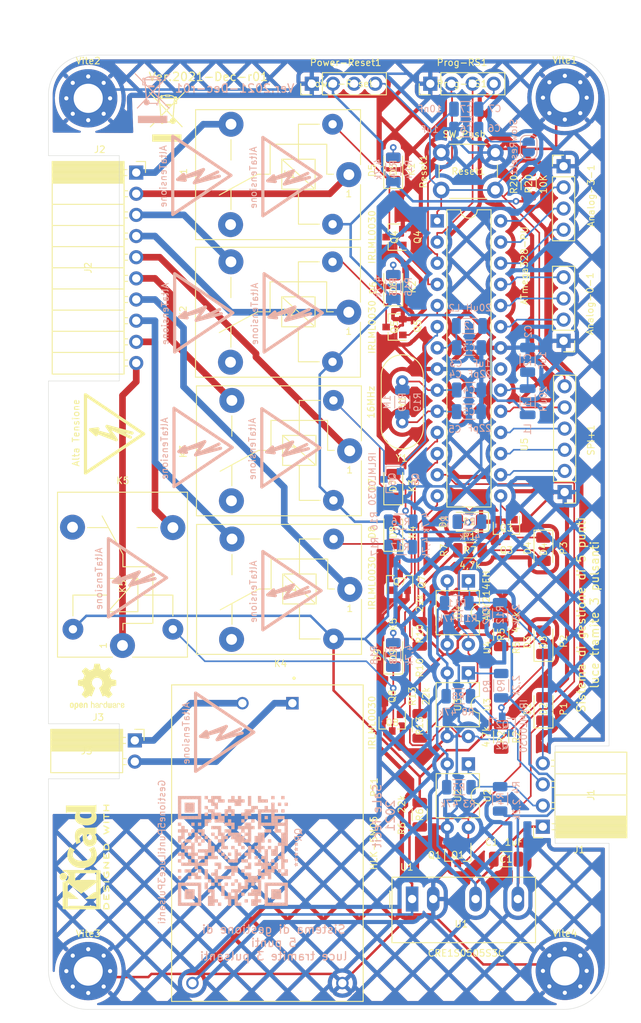
<source format=kicad_pcb>
(kicad_pcb (version 20211014) (generator pcbnew)
  (layers (0 "F.Cu" signal) (31 "B.Cu" signal) (34 "B.Paste" user) (35 "F.Paste" user) (36 "B.SilkS" user "B.Silkscreen") (37 "F.SilkS" user "F.Silkscreen") (38 "B.Mask" user) (39 "F.Mask" user) (44 "Edge.Cuts" user))
  (net 0 "")
  (net 1 "Net-(C2-Pad2)")
  (net 2 "GND")
  (net 3 "/Luci Camera Letto Roma CPU/Xtal1")
  (net 4 "/Luci Camera Letto Roma CPU/Xtal2")
  (net 5 "Net-(C3-Pad2)")
  (net 6 "Net-(C6-Pad2)")
  (net 7 "+5V")
  (net 8 "/Luci Camera Letto Roma CPU/A5-I2C-SCL")
  (net 9 "/Luci Camera Letto Roma CPU/Reset")
  (net 10 "/Luci Camera Letto Roma CPU/A4-I2C-SDA")
  (net 11 "Net-(D2-Pad1)")
  (net 12 "/Luci Camera Letto Roma CPU/A3")
  (net 13 "/Luci Camera Letto Roma CPU/A2")
  (net 14 "/Luci Camera Letto Roma CPU/A1")
  (net 15 "/Luci Camera Letto Roma CPU/A0")
  (net 16 "/Luci Camera Letto Roma CPU/IO10-SS")
  (net 18 "/Luci Camera Letto Roma CPU/DTR")
  (net 19 "Net-(D2-Pad2)")
  (net 20 "/Luci Camera Letto Roma CPU/ICSP-SCK")
  (net 21 "/Luci Camera Letto Roma CPU/ICSP-MISO")
  (net 22 "/Luci Camera Letto Roma CPU/ICSP-MOSI")
  (net 23 "Net-(J1-Pad2)")
  (net 24 "Net-(J2-Pad2)")
  (net 27 "Net-(J3-Pad2)")
  (net 28 "+5VD")
  (net 30 "GNDD")
  (net 32 "Net-(D1-Pad2)")
  (net 33 "Net-(D3-Pad2)")
  (net 34 "Net-(D3-Pad1)")
  (net 35 "Net-(D4-Pad2)")
  (net 36 "Net-(D4-Pad1)")
  (net 37 "Net-(D5-Pad2)")
  (net 38 "Net-(D5-Pad1)")
  (net 39 "Net-(D6-Pad2)")
  (net 40 "Net-(D6-Pad1)")
  (net 41 "Net-(D7-Pad2)")
  (net 42 "Net-(D7-Pad1)")
  (net 43 "Net-(D8-Pad2)")
  (net 44 "Net-(D8-Pad1)")
  (net 45 "Net-(D9-Pad2)")
  (net 46 "Net-(D9-Pad1)")
  (net 48 "/Luci Camera Letto Roma CPU/Rx")
  (net 49 "/Luci Camera Letto Roma CPU/Tx")
  (net 50 "/Luci Camera Letto Roma - Input/Pulsante1-IO")
  (net 51 "/Luci Camera Letto Roma - Input/Pulsante2-IO")
  (net 52 "/Luci Camera Letto Roma - Input/Pusante3-IO")
  (net 53 "/Luci Camera Letto Roma - Rele/Rele-IO2")
  (net 54 "/Luci Camera Letto Roma - Rele/Rele-IO3")
  (net 55 "/Luci Camera Letto Roma - Rele/Rele-IO4")
  (net 56 "/Luci Camera Letto Roma - Rele/Rele-IO5")
  (net 57 "/Luci Camera Letto Roma - Rele/Rele-IO6")
  (net 59 "Net-(J1-Pad3)")
  (net 60 "Net-(J1-Pad4)")
  (net 61 "Net-(J2-Pad1)")
  (net 62 "Net-(J2-Pad3)")
  (net 63 "Net-(J2-Pad4)")
  (net 64 "Net-(J2-Pad9)")
  (net 65 "Net-(J2-Pad10)")
  (net 66 "Net-(J3-Pad1)")
  (net 67 "Net-(K3-Pad1)")
  (net 68 "Net-(K3-Pad3)")
  (net 69 "Net-(K4-Pad1)")
  (net 70 "Net-(K4-Pad3)")
  (footprint "Resistor_SMD:R_1206_3216Metric" (layer "F.Cu") (at 147.828 68.5185 90)
    (fp_text reference "R20")
    (fp_text value "10K")
  )
  (footprint "Button_Switch_THT:SW_PUSH_6mm" (layer "F.Cu") (at 143.828 69.2785 180)
    (fp_text reference "Reset1")
    (fp_text value "SW_Push")
  )
  (footprint "Package_DIP:DIP-28_W7.62mm" (layer "F.Cu") (at 136.848 72.9805)
    (fp_text reference "U5")
    (fp_text value "ATmega328-PU")
  )
  (footprint "Crystal:Crystal_HC49-U_Vertical" (layer "F.Cu") (at 132.652 92.2655 -90)
    (fp_text reference "Y1")
    (fp_text value "16MHz")
  )
  (footprint "LED_SMD:LED_1206_3216Metric" (layer "F.Cu") (at 140.719 109.093 180)
    (fp_text reference "D1")
    (fp_text value "P1")
  )
  (footprint "Relay_THT:Relay_SPDT_SANYOU_SRD_Series_Form_C" (layer "F.Cu") (at 126.238 67.43 180)
    (fp_text reference "K1")
    (fp_text value " ")
  )
  (footprint "Relay_THT:Relay_SPDT_SANYOU_SRD_Series_Form_C" (layer "F.Cu") (at 126.229 83.947 180)
    (fp_text reference "K2")
    (fp_text value " ")
  )
  (footprint "Relay_THT:Relay_SPDT_SANYOU_SRD_Series_Form_C" (layer "F.Cu") (at 126.34 100.584 180)
    (fp_text reference "K3")
    (fp_text value " ")
  )
  (footprint "Relay_THT:Relay_SPDT_SANYOU_SRD_Series_Form_C" (layer "F.Cu") (at 126.356 117.221 180)
    (fp_text reference "K4")
    (fp_text value " ")
  )
  (footprint "Relay_THT:Relay_SPDT_SANYOU_SRD_Series_Form_C" (layer "F.Cu") (at 99.06 123.952 90)
    (fp_text reference "K5")
    (fp_text value " ")
  )
  (footprint "Package_TO_SOT_SMD:SOT-23" (layer "F.Cu") (at 131.715 74.93 180)
    (fp_text reference "Q4")
    (fp_text value "IRLML0030")
  )
  (footprint "Package_TO_SOT_SMD:SOT-23" (layer "F.Cu") (at 131.715 85.725 180)
    (fp_text reference "Q5")
    (fp_text value "IRLML0030")
  )
  (footprint "Package_TO_SOT_SMD:SOT-23" (layer "F.Cu") (at 132.334 116.316 90)
    (fp_text reference "Q7")
    (fp_text value "IRLML0030")
  )
  (footprint "Package_TO_SOT_SMD:SOT-23" (layer "F.Cu") (at 131.445 133.223 -90)
    (fp_text reference "Q8")
    (fp_text value "IRLML0030")
  )
  (footprint "Converter_DCDC:Converter_DCDC_TRACO_TMR-1-xxxx_Single_THT" (layer "F.Cu") (at 133.8315 154.392)
    (fp_text reference "U1")
    (fp_text value "CRE1S0505S3C")
  )
  (footprint "Package_DIP:DIP-4_W7.62mm" (layer "F.Cu") (at 140.589 138.176 -90)
    (fp_text reference "U2")
    (fp_text value " ")
  )
  (footprint "Package_DIP:DIP-4_W7.62mm" (layer "F.Cu") (at 140.589 116.205 -90)
    (fp_text reference "U4")
    (fp_text value "AQY214EH")
  )
  (footprint "Resistor_SMD:R_1206_3216Metric" (layer "F.Cu") (at 134.747 133.604 90)
    (fp_text reference "R13")
    (fp_text value "22k")
  )
  (footprint "Package_DIP:DIP-4_W7.62mm" (layer "F.Cu") (at 140.589 127.254 -90)
    (fp_text reference "U3")
    (fp_text value " ")
  )
  (footprint "Resistor_SMD:R_1206_3216Metric" (layer "F.Cu") (at 134.747 122.555 90)
    (fp_text reference "R10")
    (fp_text value "22k")
  )
  (footprint "Resistor_SMD:R_1206_3216Metric" (layer "F.Cu") (at 134.747 144.272 90)
    (fp_text reference "R6")
    (fp_text value "22k")
  )
  (footprint "Connector_PinSocket_2.54mm:PinSocket_1x04_P2.54mm_Horizontal" (layer "F.Cu") (at 149.524 145.709 180)
    (fp_text reference "J1")
    (fp_text value " ")
  )
  (footprint "Capacitor_SMD:C_1206_3216Metric" (layer "F.Cu") (at 145.112 149.606)
    (fp_text reference "C1")
    (fp_text value "1uF")
  )
  (footprint "Converter_ACDC:CONV_HLK-5M05" (layer "F.Cu") (at 116.459 147.6825 -90)
    (fp_text reference "PS1")
    (fp_text value "HLK-5M05")
  )
  (footprint "LED_SMD:LED_1206_3216Metric" (layer "F.Cu") (at 149.606 131.575 90)
    (fp_text reference "D2")
    (fp_text value "P1")
  )
  (footprint "LED_SMD:LED_1206_3216Metric" (layer "F.Cu") (at 149.606 123.574 90)
    (fp_text reference "D3")
    (fp_text value "P2")
  )
  (footprint "LED_SMD:LED_1206_3216Metric" (layer "F.Cu") (at 149.606 112.392 -90)
    (fp_text reference "D4")
    (fp_text value "P3")
  )
  (footprint "Package_TO_SOT_SMD:SOT-23" (layer "F.Cu") (at 139.319 149.098 -90)
    (fp_text reference "Q1")
    (fp_text value " ")
  )
  (footprint "Package_TO_SOT_SMD:SOT-23" (layer "F.Cu") (at 145.161 109.855 -90)
    (fp_text reference "Q3")
    (fp_text value " ")
  )
  (footprint "Resistor_SMD:R_1206_3216Metric" (layer "F.Cu") (at 144.526 134.936 -90)
    (fp_text reference "R2")
    (fp_text value "4,7k")
  )
  (footprint "Resistor_SMD:R_1206_3216Metric" (layer "F.Cu") (at 144.526 122.616 -90)
    (fp_text reference "R5")
    (fp_text value "4,7k")
  )
  (footprint "Resistor_SMD:R_1206_3216Metric" (layer "F.Cu") (at 140.782 112.522)
    (fp_text reference "R7")
    (fp_text value "4,7k")
  )
  (footprint "Connector_PinHeader_2.54mm:PinHeader_1x04_P2.54mm_Vertical" (layer "F.Cu") (at 152.019 87.376 180)
    (fp_text reference "Analog-0-1")
    (fp_text value " ")
  )
  (footprint "Connector_PinHeader_2.54mm:PinHeader_1x04_P2.54mm_Vertical" (layer "F.Cu") (at 152.019 66.421)
    (fp_text reference "Analog-3-1")
    (fp_text value " ")
  )
  (footprint "Connector_PinHeader_2.54mm:PinHeader_1x04_P2.54mm_Vertical" (layer "F.Cu") (at 121.793 56.515 90)
    (fp_text reference "Power-Reset1")
    (fp_text value " ")
  )
  (footprint "Connector_PinHeader_2.54mm:PinHeader_1x06_P2.54mm_Vertical" (layer "F.Cu") (at 152.146 105.537 180)
    (fp_text reference "SPI+1")
    (fp_text value " ")
  )
  (footprint "Connector_PinHeader_2.54mm:PinHeader_1x04_P2.54mm_Vertical" (layer "F.Cu") (at 136.017 56.515 90)
    (fp_text reference "Prog-RS1")
    (fp_text value " ")
  )
  (footprint "MountingHole:MountingHole_3.5mm_Pad_Via" (layer "F.Cu") (at 94.9452 58.2676)
    (fp_text reference "Vite2")
    (fp_text value " ")
  )
  (footprint "MountingHole:MountingHole_3.5mm_Pad_Via" (layer "F.Cu") (at 152.1714 58.1914)
    (fp_text reference "Vite1")
    (fp_text value " ")
  )
  (footprint "MountingHole:MountingHole_3.5mm_Pad_Via" (layer "F.Cu") (at 152.167 163.019)
    (fp_text reference "Vite4")
    (fp_text value " ")
  )
  (footprint "MountingHole:MountingHole_3.5mm_Pad_Via" (layer "F.Cu") (at 94.9452 163.0426)
    (fp_text reference "Vite3")
    (fp_text value " ")
  )
  (footprint "LED_SMD:LED_1206_3216Metric" (layer "F.Cu") (at 131.572 66.802 90)
    (fp_text reference "D5")
    (fp_text value "K1")
  )
  (footprint "LED_SMD:LED_1206_3216Metric" (layer "F.Cu") (at 131.572 80.902 90)
    (fp_text reference "D6")
    (fp_text value "K2")
  )
  (footprint "LED_SMD:LED_1206_3216Metric" (layer "F.Cu") (at 131.572 104.778 90)
    (fp_text reference "D7")
    (fp_text value "K3")
  )
  (footprint "LED_SMD:LED_1206_3216Metric" (layer "F.Cu") (at 131.572 110.363 90)
    (fp_text reference "D8")
    (fp_text value "K4")
  )
  (footprint "LED_SMD:LED_1206_3216Metric" (layer "F.Cu") (at 131.572 125.095 90)
    (fp_text reference "D9")
    (fp_text value "K5")
  )
  (footprint "Symbol:KiCad-Logo2_5mm_SilkScreen" (layer "F.Cu") (at 94.488 149.352 90)
    (fp_text reference "Logo1" hide)
    (fp_text value "KiCad-Logo2_5mm_SilkScreen" hide)
  )
  (footprint "Symbol:OSHW-Logo2_7.3x6mm_SilkScreen" (layer "F.Cu") (at 96.012 128.905)
    (fp_text reference "REFht1" hide)
    (fp_text value "OSHW-Logo2_7.3x6mm_SilkScreen" hide)
  )
  (footprint "Symbol:Symbol_HighVoltage_Type2_CopperTop_VerySmall" (layer "F.Cu") (at 97.409 98.552 -90)
    (fp_text reference "Alta Tensione")
    (fp_text value " ")
  )
  (footprint "Symbol:WEEE-Logo_4.2x6mm_SilkScreen" (layer "F.Cu") (at 104.394 60.452)
    (fp_text reference "Wast02" hide)
    (fp_text value "WEEE-Logo_4.2x6mm_SilkScreen" hide)
  )
  (footprint "Connector_PinSocket_2.54mm:PinSocket_1x02_P2.54mm_Horizontal" (layer "F.Cu") (at 100.539 135.352)
    (fp_text reference "J3")
    (fp_text value " ")
  )
  (footprint "Connector_PinSocket_2.54mm:PinSocket_1x10_P2.54mm_Horizontal" (layer "F.Cu") (at 100.711 67.183)
    (fp_text reference "J2")
    (fp_text value " ")
  )
  (footprint "Capacitor_SMD:C_1206_3216Metric" (layer "B.Cu") (at 140.667 88.2015 180)
    (fp_text reference "C3")
    (fp_text value "1uF")
  )
  (footprint "Capacitor_SMD:C_1206_3216Metric" (layer "B.Cu") (at 140.667 93.2815 180)
    (fp_text reference "C4")
    (fp_text value "22pF")
  )
  (footprint "Capacitor_SMD:C_1206_3216Metric" (layer "B.Cu") (at 140.652 95.885 180)
    (fp_text reference "C5")
    (fp_text value "22pF")
  )
  (footprint "Capacitor_SMD:C_1206_3216Metric" (layer "B.Cu") (at 140.335 61.976)
    (fp_text reference "C6")
    (fp_text value "1uF")
  )
  (footprint "Capacitor_SMD:C_1206_3216Metric" (layer "B.Cu") (at 147.701 89.662 -90)
    (fp_text reference "C2")
    (fp_text value "1uF")
  )
  (footprint "Inductor_SMD:L_1206_3216Metric" (layer "B.Cu") (at 140.716 85.598)
    (fp_text reference "L2")
    (fp_text value "20uH")
  )
  (footprint "Inductor_SMD:L_1206_3216Metric" (layer "B.Cu") (at 147.701 94.691 -90)
    (fp_text reference "L1")
    (fp_text value "20uH")
  )
  (footprint "Capacitor_SMD:C_1206_3216Metric" (layer "B.Cu") (at 140.335 59.563)
    (fp_text reference "C7")
    (fp_text value "10nF")
  )
  (footprint "Resistor_SMD:R_1206_3216Metric" (layer "B.Cu") (at 140.716 109.093 180)
    (fp_text reference "R1")
    (fp_text value "4,7k")
  )
  (footprint "Resistor_SMD:R_1206_3216Metric" (layer "B.Cu") (at 132.652 94.742 90)
    (fp_text reference "R19")
    (fp_text value "1M")
  )
  (footprint "Package_TO_SOT_SMD:SOT-23" (layer "B.Cu") (at 131.445 104.013 180)
    (fp_text reference "Q6")
    (fp_text value "IRLML0030")
  )
  (footprint "Jumper:SolderJumper-2_P1.3mm_Open_RoundedPad1.0x1.5mm" (layer "B.Cu") (at 147.828 64.12 -90)
    (fp_text reference "SlowReset1")
    (fp_text value " ")
  )
  (footprint "Resistor_SMD:R_1206_3216Metric" (layer "B.Cu") (at 139.192 118.872)
    (fp_text reference "R11")
    (fp_text value "47k")
  )
  (footprint "Resistor_SMD:R_1206_3216Metric" (layer "B.Cu") (at 144.399 120.269 90)
    (fp_text reference "R12")
    (fp_text value "2,2k")
  )
  (footprint "Resistor_SMD:R_1206_3216Metric" (layer "B.Cu") (at 144.526 128.778 90)
    (fp_text reference "R9")
    (fp_text value "2,2k")
  )
  (footprint "Resistor_SMD:R_1206_3216Metric" (layer "B.Cu") (at 139.38 130.048)
    (fp_text reference "R8")
    (fp_text value "47k")
  )
  (footprint "Resistor_SMD:R_1206_3216Metric" (layer "B.Cu") (at 144.399 142.367 90)
    (fp_text reference "R4")
    (fp_text value "2,2k")
  )
  (footprint "Resistor_SMD:R_1206_3216Metric" (layer "B.Cu") (at 139.446 140.97)
    (fp_text reference "R3")
    (fp_text value "47k")
  )
  (footprint "Package_TO_SOT_SMD:SOT-23" (layer "B.Cu") (at 144.653 133.461 90)
    (fp_text reference "Q2")
    (fp_text value "IRLML0030")
  )
  (footprint "Resistor_SMD:R_1206_3216Metric" (layer "B.Cu") (at 131.572 66.802 90)
    (fp_text reference "R14")
    (fp_text value "4,7k")
  )
  (footprint "Resistor_SMD:R_1206_3216Metric" (layer "B.Cu") (at 131.572 80.899 90)
    (fp_text reference "R15")
    (fp_text value "4,7k")
  )
  (footprint "Resistor_SMD:R_1206_3216Metric" (layer "B.Cu") (at 132.461 109.093)
    (fp_text reference "R16")
    (fp_text value "4,7k")
  )
  (footprint "Resistor_SMD:R_1206_3216Metric" (layer "B.Cu") (at 132.4 112.141)
    (fp_text reference "R17")
    (fp_text value "4,7k")
  )
  (footprint "Resistor_SMD:R_1206_3216Metric" (layer "B.Cu") (at 131.572 125.095 90)
    (fp_text reference "R18")
    (fp_text value "4,7k")
  )
  (footprint "Symbol:Gestione5PuntiLuce3Pulsanti" (layer "B.Cu") (at 112.3188 148.6154)
    (fp_text reference "QR*****")
    (fp_text value "Gestione5PuntiLuce3Pulsanti")
  )
  (footprint "Symbol:WEEE-Logo_4.2x6mm_SilkScreen" (layer "B.Cu") (at 102.6668 58.2168 180)
    (fp_text reference "Wast01" hide)
    (fp_text value "WEEE-Logo_4.2x6mm_SilkScreen" hide)
  )
  (footprint "Symbol:Symbol_HighVoltage_Type2_CopperTop_VerySmall" (layer "B.Cu") (at 108.0389 100.1776 90)
    (fp_text reference "AltaTensione")
    (fp_text value " ")
  )
  (footprint "Symbol:Symbol_HighVoltage_Type2_CopperTop_VerySmall" (layer "B.Cu") (at 107.8865 67.5132 90)
    (fp_text reference "AltaTensione")
    (fp_text value " ")
  )
  (footprint "Symbol:Symbol_HighVoltage_Type2_CopperTop_VerySmall" (layer "B.Cu") (at 118.8593 84.0232 90)
    (fp_text reference "AltaTensione")
    (fp_text value " ")
  )
  (footprint "Symbol:Symbol_HighVoltage_Type2_CopperTop_VerySmall" (layer "B.Cu") (at 118.7069 67.6656 90)
    (fp_text reference "AltaTensione")
    (fp_text value " ")
  )
  (footprint "Symbol:Symbol_HighVoltage_Type2_CopperTop_VerySmall" (layer "B.Cu") (at 108.1151 84.0232 90)
    (fp_text reference "AltaTensione")
    (fp_text value " ")
  )
  (footprint "Symbol:Symbol_HighVoltage_Type2_CopperTop_VerySmall" (layer "B.Cu") (at 118.7069 117.3734 90)
    (fp_text reference "AltaTensione")
    (fp_text value " ")
  )
  (footprint "Symbol:Symbol_HighVoltage_Type2_CopperTop_VerySmall" (layer "B.Cu") (at 118.5799 100.2284 90)
    (fp_text reference "AltaTensione")
    (fp_text value " ")
  )
  (footprint "Symbol:Symbol_HighVoltage_Type2_CopperTop_VerySmall" (layer "B.Cu") (at 110.6297 134.366 90)
    (fp_text reference "AltaTensione")
    (fp_text value " ")
  )
  (footprint "Symbol:Symbol_HighVoltage_Type2_CopperTop_VerySmall" (layer "B.Cu") (at 100.1649 115.824 90)
    (fp_text reference "AltaTensione")
    (fp_text value " ")
  )
  (gr_line (start 90.17 162.941) (end 90.17 139.954) (layer "Edge.Cuts") (width 0.05))
  (gr_line (start 90.17 139.954) (end 90.17 139.954) (layer "Edge.Cuts") (width 0.05))
  (gr_line (start 90.17 139.954) (end 90.17 139.954) (layer "Edge.Cuts") (width 0.05))
  (gr_line (start 90.17 133.35) (end 90.17 92.202) (layer "Edge.Cuts") (width 0.05))
  (gr_line (start 90.17 65.151) (end 90.168376 57.859576) (layer "Edge.Cuts") (width 0.05))
  (gr_arc (start 90.168376 57.859576) (mid 91.567 54.483) (end 94.943576 53.084376) (layer "Edge.Cuts") (width 0.05))
  (gr_line (start 152.019 167.64) (end 94.869 167.64) (layer "Edge.Cuts") (width 0.05))
  (gr_line (start 152.019 167.64) (end 152.019 167.64) (layer "Edge.Cuts") (width 0.05))
  (gr_line (start 98.679 92.202) (end 90.17 92.202) (layer "Edge.Cuts") (width 0.05))
  (gr_line (start 94.943576 53.084376) (end 152.146 53.086) (layer "Edge.Cuts") (width 0.05))
  (gr_arc (start 94.869 167.64) (mid 91.546305 166.263695) (end 90.17 162.941) (layer "Edge.Cuts") (width 0.05))
  (gr_line (start 151.003 147.701) (end 157.48 147.701) (layer "Edge.Cuts") (width 0.05))
  (gr_line (start 98.679 139.954) (end 90.17 139.954) (layer "Edge.Cuts") (width 0.05))
  (gr_line (start 90.17 65.151) (end 98.679 65.151) (layer "Edge.Cuts") (width 0.05))
  (gr_arc (start 157.48 162.179) (mid 155.88051 166.04051) (end 152.019 167.64) (layer "Edge.Cuts") (width 0.05))
  (gr_line (start 98.679 133.35) (end 98.679 139.954) (layer "Edge.Cuts") (width 0.05))
  (gr_arc (start 152.146 53.086) (mid 155.917708 54.648292) (end 157.48 58.42) (layer "Edge.Cuts") (width 0.05))
  (gr_line (start 157.48 147.701) (end 157.48 162.179) (layer "Edge.Cuts") (width 0.05))
  (gr_line (start 157.48 58.42) (end 157.48 136.017) (layer "Edge.Cuts") (width 0.05))
  (gr_line (start 157.48 58.42) (end 157.48 58.42) (layer "Edge.Cuts") (width 0.05))
  (gr_line (start 98.679 65.151) (end 98.679 92.202) (layer "Edge.Cuts") (width 0.05))
  (gr_line (start 157.48 136.017) (end 151.003 136.017) (layer "Edge.Cuts") (width 0.05))
  (gr_line (start 90.17 133.35) (end 98.679 133.35) (layer "Edge.Cuts") (width 0.05))
  (gr_line (start 151.003 136.017) (end 151.003 147.701) (layer "Edge.Cuts") (width 0.05))
  (gr_text "SaLe fecit\n2021" (at 130.429 144.399 90) (layer "B.SilkS") (effects (font (size 1 1)) (justify mirror)))
  (gr_text "Ver.2021-Dec-r01" (at 112.522 57.0738) (layer "B.SilkS") (effects (font (size 1 1)) (justify mirror)))
  (gr_text "Sistema di gestione di\n5 punti\nluce tramite 3 pulsanti" (at 117.221 159.639) (layer "B.SilkS") (effects (font (size 1 1)) (justify mirror)))
  (gr_text "Sistema di gestione di 5 punti\nluce tramite 3 pulsanti" (at 154.94 120.269 90) (layer "F.SilkS") (effects (font (size 1 1))))
  (gr_text "Ver.2021-Dec-r01" (at 109.3724 55.6768) (layer "F.SilkS") (effects (font (size 1 1))))
  (segment (start 147.701 93.116) (end 145.7528 93.116) (width 0.2) (layer "B.Cu") (net 1))
  (segment (start 145.7528 93.116) (end 145.5683 93.3005) (width 0.2) (layer "B.Cu") (net 1))
  (segment (start 147.701 93.116) (end 147.701 91.137) (width 0.2) (layer "B.Cu") (net 1))
  (segment (start 144.468 93.3005) (end 145.5683 93.3005) (width 0.2) (layer "B.Cu") (net 1))
  (segment (start 136.4807 136.4423) (end 132.287 136.4423) (width 0.3) (layer "F.Cu") (net 2))
  (segment (start 140.5383 88.2205) (end 144.468 88.2205) (width 0.3) (layer "F.Cu") (net 2))
  (segment (start 151.1328 64.3345) (end 152.019 65.2207) (width 0.3) (layer "F.Cu") (net 2))
  (segment (start 131.9146 77.4044) (end 132.8044 78.2942) (width 0.3) (layer "F.Cu") (net 2))
  (segment (start 97.719 163.759) (end 102.1625 163.759) (width 0.3) (layer "F.Cu") (net 2))
  (segment (start 152.019 66.421) (end 152.019 65.2207) (width 0.3) (layer "F.Cu") (net 2))
  (segment (start 133.284 117.316) (end 132.5337 117.316) (width 0.3) (layer "F.Cu") (net 2))
  (segment (start 136.3715 156.2423) (end 142.3718 162.2426) (width 0.3) (layer "F.Cu") (net 2))
  (segment (start 102.1625 163.759) (end 102.5394 163.3821) (width 0.3) (layer "F.Cu") (net 2))
  (segment (start 132.715 73.98) (end 132.715 74.7303) (width 0.3) (layer "F.Cu") (net 2))
  (segment (start 102.5394 163.3821) (end 124.3586 163.3821) (width 0.3) (layer "F.Cu") (net 2))
  (segment (start 140.9188 112.7491) (end 139.4386 114.2293) (width 0.3) (layer "F.Cu") (net 2))
  (segment (start 138.369 150.5442) (end 136.3715 152.5417) (width 0.3) (layer "F.Cu") (net 2))
  (segment (start 151.1328 59.1792) (end 151.1328 64.3345) (width 0.3) (layer "F.Cu") (net 2))
  (segment (start 144.272 64.3345) (end 143.828 64.7785) (width 0.3) (layer "F.Cu") (net 2))
  (segment (start 133.6992 156.2423) (end 125.459 164.4825) (width 0.3) (layer "F.Cu") (net 2))
  (segment (start 96.901 162.941) (end 97.719 163.759) (width 0.3) (layer "F.Cu") (net 2))
  (segment (start 138.049 145.796) (end 138.049 146.9777) (width 0.3) (layer "F.Cu") (net 2))
  (segment (start 136.3715 156.1172) (end 136.3715 156.2423) (width 0.3) (layer "F.Cu") (net 2))
  (segment (start 130.3424 131.2701) (end 130.495 131.4227) (width 0.3) (layer "F.Cu") (net 2))
  (segment (start 131.9146 86.0443) (end 131.9146 87.2219) (width 0.3) (layer "F.Cu") (net 2))
  (segment (start 139.4386 121.2851) (end 138.049 122.6747) (width 0.3) (layer "F.Cu") (net 2))
  (segment (start 131.9146 75.2493) (end 131.9146 77.4044) (width 0.3) (layer "F.Cu") (net 2))
  (segment (start 144.211 108.855) (end 143.4607 108.855) (width 0.3) (layer "F.Cu") (net 2))
  (segment (start 132.715 84.775) (end 132.715 85.5253) (width 0.3) (layer "F.Cu") (net 2))
  (segment (start 132.4336 74.7303) (end 131.9146 75.2493) (width 0.3) (layer "F.Cu") (net 2))
  (segment (start 132.715 85.5253) (end 132.4336 85.5253) (width 0.3) (layer "F.Cu") (net 2))
  (segment (start 137.328 64.7785) (end 132.715 69.3915) (width 0.3) (layer "F.Cu") (net 2))
  (segment (start 140.9188 110.2932) (end 140.9188 112.7491) (width 0.3) (layer "F.Cu") (net 2))
  (segment (start 142.119 109.093) (end 143.2227 109.093) (width 0.3) (layer "F.Cu") (net 2))
  (segment (start 144.211 108.855) (end 144.9613 108.855) (width 0.3) (layer "F.Cu") (net 2))
  (segment (start 130.495 132.223) (end 130.495 131.4227) (width 0.3) (layer "F.Cu") (net 2))
  (segment (start 151.1936 162.2426) (end 151.97 163.019) (width 0.3) (layer "F.Cu") (net 2))
  (segment (start 151.1328 64.3345) (end 144.272 64.3345) (width 0.3) (layer "F.Cu") (net 2))
  (segment (start 132.5337 117.316) (end 132.5337 118.0663) (width 0.3) (layer "F.Cu") (net 2))
  (segment (start 124.3586 163.3821) (end 125.459 164.4825) (width 0.3) (layer "F.Cu") (net 2))
  (segment (start 137.9983 90.7605) (end 140.5383 88.2205) (width 0.3) (layer "F.Cu") (net 2))
  (segment (start 142.3718 162.2426) (end 151.1936 162.2426) (width 0.3) (layer "F.Cu") (net 2))
  (segment (start 138.049 146.9777) (end 138.369 147.2977) (width 0.3) (layer "F.Cu") (net 2))
  (segment (start 132.4336 85.5253) (end 131.9146 86.0443) (width 0.3) (layer "F.Cu") (net 2))
  (segment (start 132.715 74.7303) (end 132.4336 74.7303) (width 0.3) (layer "F.Cu") (net 2))
  (segment (start 152.146 105.537) (end 150.9457 105.537) (width 0.3) (layer "F.Cu") (net 2))
  (segment (start 132.715 84.775) (end 132.715 84.0247) (width 0.3) (layer "F.Cu") (net 2))
  (segment (start 130.495 134.6503) (end 130.495 132.223) (width 0.3) (layer "F.Cu") (net 2))
  (segment (start 132.715 69.3915) (end 132.715 73.98) (width 0.3) (layer "F.Cu") (net 2))
  (segment (start 138.369 148.098) (end 138.369 150.5442) (width 0.3) (layer "F.Cu") (net 2))
  (segment (start 144.9613 108.855) (end 144.9613 109.1364) (width 0.3) (layer "F.Cu") (net 2))
  (segment (start 130.3424 120.2576) (end 130.3424 131.2701) (width 0.3) (layer "F.Cu") (net 2))
  (segment (start 143.2227 109.093) (end 143.4607 108.855) (width 0.3) (layer "F.Cu") (net 2))
  (segment (start 136.3715 154.392) (end 136.3715 152.5417) (width 0.3) (layer "F.Cu") (net 2))
  (segment (start 131.9146 87.2219) (end 135.4532 90.7605) (width 0.3) (layer "F.Cu") (net 2))
  (segment (start 136.3715 156.2423) (end 133.6992 156.2423) (width 0.3) (layer "F.Cu") (net 2))
  (segment (start 132.8044 83.9353) (end 132.715 84.0247) (width 0.3) (layer "F.Cu") (net 2))
  (segment (start 135.4532 90.7605) (end 136.848 90.7605) (width 0.3) (layer "F.Cu") (net 2))
  (segment (start 139.4386 114.2293) (end 139.4386 121.2851) (width 0.3) (layer "F.Cu") (net 2))
  (segment (start 138.049 134.874) (end 136.4807 136.4423) (width 0.3) (layer "F.Cu") (net 2))
  (segment (start 145.4924 109.6675) (end 146.8152 109.6675) (width 0.3) (layer "F.Cu") (net 2))
  (segment (start 138.049 123.825) (end 138.049 122.6747) (width 0.3) (layer "F.Cu") (net 2))
  (segment (start 132.5337 118.0663) (end 130.3424 120.2576) (width 0.3) (layer "F.Cu") (net 2))
  (segment (start 144.9613 109.1364) (end 145.4924 109.6675) (width 0.3) (layer "F.Cu") (net 2))
  (segment (start 146.8152 109.6675) (end 150.9457 105.537) (width 0.3) (layer "F.Cu") (net 2))
  (segment (start 136.848 90.7605) (end 137.9983 90.7605) (width 0.3) (layer "F.Cu") (net 2))
  (segment (start 142.119 109.093) (end 140.9188 110.2932) (width 0.3) (layer "F.Cu") (net 2))
  (segment (start 132.287 136.4423) (end 130.495 134.6503) (width 0.3) (layer "F.Cu") (net 2))
  (segment (start 132.8044 78.2942) (end 132.8044 83.9353) (width 0.3) (layer "F.Cu") (net 2))
  (segment (start 138.369 148.098) (end 138.369 147.2977) (width 0.3) (layer "F.Cu") (net 2))
  (segment (start 151.892 58.42) (end 151.1328 59.1792) (width 0.3) (layer "F.Cu") (net 2))
  (segment (start 136.3715 154.392) (end 136.3715 156.1172) (width 0.3) (layer "F.Cu") (net 2))
  (segment (start 136.017 56.515) (end 134.8167 56.515) (width 0.3) (layer "B.Cu") (net 2))
  (segment (start 140.1175 133.7174) (end 142.2091 133.7174) (width 0.3) (layer "B.Cu") (net 2))
  (segment (start 150.9457 105.537) (end 150.1392 104.7305) (width 0.3) (layer "B.Cu") (net 2))
  (segment (start 143.828 64.7785) (end 140.6592 64.7785) (width 0.3) (layer "B.Cu") (net 2))
  (segment (start 152.019 87.376) (end 150.8187 87.376) (width 0.3) (layer "B.Cu") (net 2))
  (segment (start 150.0077 88.187) (end 150.8187 87.376) (width 0.3) (layer "B.Cu") (net 2))
  (segment (start 138.0424 57.7153) (end 138.9075 57.7153) (width 0.3) (layer "B.Cu") (net 2))
  (segment (start 122.9933 56.1398) (end 122.9933 56.515) (width 0.3) (layer "B.Cu") (net 2))
  (segment (start 132.445 104.963) (end 133.2453 104.963) (width 0.3) (layer "B.Cu") (net 2))
  (segment (start 142.127 102.7488) (end 142.127 95.885) (width 0.3) (layer "B.Cu") (net 2))
  (segment (start 142.142 90.7605) (end 137.9983 90.7605) (width 0.3) (layer "B.Cu") (net 2))
  (segment (start 136.848 90.7605) (end 137.9983 90.7605) (width 0.3) (layer "B.Cu") (net 2))
  (segment (start 142.142 95.87) (end 142.142 93.2815) (width 0.3) (layer "B.Cu") (net 2))
  (segment (start 97.9807 57.2133) (end 119.8944 57.2133) (width 0.3) (layer "B.Cu") (net 2))
  (segment (start 139.4386 126.3649) (end 138.049 124.9753) (width 0.3) (layer "B.Cu") (net 2))
  (segment (start 138.049 134.874) (end 139.1993 134.874) (width 0.3) (layer "B.Cu") (net 2))
  (segment (start 140.1175 133.7174) (end 139.1993 134.6356) (width 0.3) (layer "B.Cu") (net 2))
  (segment (start 133.3582 104.8501) (end 140.0257 104.8501) (width 0.3) (layer "B.Cu") (net 2))
  (segment (start 138.9075 57.7153) (end 139.8114 58.6192) (width 0.3) (layer "B.Cu") (net 2))
  (segment (start 142.142 90.7605) (end 142.142 88.2015) (width 0.3) (layer "B.Cu") (net 2))
  (segment (start 140.1175 133.7174) (end 139.4386 133.0385) (width 0.3) (layer "B.Cu") (net 2))
  (segment (start 150.1392 104.7305) (end 144.1087 104.7305) (width 0.3) (layer "B.Cu") (net 2))
  (segment (start 138.9936 63.1129) (end 137.328 64.7785) (width 0.3) (layer "B.Cu") (net 2))
  (segment (start 144.1087 104.7305) (end 142.127 102.7488) (width 0.3) (layer "B.Cu") (net 2))
  (segment (start 96.901 58.293) (end 97.9807 57.2133) (width 0.3) (layer "B.Cu") (net 2))
  (segment (start 138.049 145.796) (end 138.049 144.6457) (width 0.3) (layer "B.Cu") (net 2))
  (segment (start 142.142 93.2815) (end 142.142 90.7605) (width 0.3) (layer "B.Cu") (net 2))
  (segment (start 144.468 88.2205) (end 147.6675 88.2205) (width 0.3) (layer "B.Cu") (net 2))
  (segment (start 138.9936 62.1096) (end 138.86 61.976) (width 0.3) (layer "B.Cu") (net 2))
  (segment (start 137.2173 56.515) (end 137.2173 56.8902) (width 0.3) (layer "B.Cu") (net 2))
  (segment (start 138.9936 63.1129) (end 138.9936 62.1096) (width 0.3) (layer "B.Cu") (net 2))
  (segment (start 138.049 123.825) (end 138.049 124.9753) (width 0.3) (layer "B.Cu") (net 2))
  (segment (start 142.127 95.885) (end 142.142 95.87) (width 0.3) (layer "B.Cu") (net 2))
  (segment (start 139.1993 134.6356) (end 139.1993 134.874) (width 0.3) (layer "B.Cu") (net 2))
  (segment (start 139.8114 61.0246) (end 138.86 61.976) (width 0.3) (layer "B.Cu") (net 2))
  (segment (start 139.1993 143.4954) (end 138.049 144.6457) (width 0.3) (layer "B.Cu") (net 2))
  (segment (start 121.793 56.515) (end 122.9933 56.515) (width 0.3) (layer "B.Cu") (net 2))
  (segment (start 133.6164 55.3147) (end 123.8184 55.3147) (width 0.3) (layer "B.Cu") (net 2))
  (segment (start 140.0257 104.8501) (end 142.127 102.7488) (width 0.3) (layer "B.Cu") (net 2))
  (segment (start 133.2453 104.963) (end 133.3582 104.8501) (width 0.3) (layer "B.Cu") (net 2))
  (segment (start 143.703 134.461) (end 142.9527 134.461) (width 0.3) (layer "B.Cu") (net 2))
  (segment (start 139.8114 58.6192) (end 139.8114 61.0246) (width 0.3) (layer "B.Cu") (net 2))
  (segment (start 142.2091 133.7174) (end 142.9527 134.461) (width 0.3) (layer "B.Cu") (net 2))
  (segment (start 134.8167 56.515) (end 133.6164 55.3147) (width 0.3) (layer "B.Cu") (net 2))
  (segment (start 139.4386 133.0385) (end 139.4386 126.3649) (width 0.3) (layer "B.Cu") (net 2))
  (segment (start 121.793 56.515) (end 120.5927 56.515) (width 0.3) (layer "B.Cu") (net 2))
  (segment (start 140.6592 64.7785) (end 138.9936 63.1129) (width 0.3) (layer "B.Cu") (net 2))
  (segment (start 147.701 88.187) (end 150.0077 88.187) (width 0.3) (layer "B.Cu") (net 2))
  (segment (start 136.6172 56.515) (end 136.017 56.515) (width 0.3) (layer "B.Cu") (net 2))
  (segment (start 152.146 105.537) (end 150.9457 105.537) (width 0.3) (layer "B.Cu") (net 2))
  (segment (start 147.6675 88.2205) (end 147.701 88.187) (width 0.3) (layer "B.Cu") (net 2))
  (segment (start 139.1993 134.874) (end 139.1993 143.4954) (width 0.3) (layer "B.Cu") (net 2))
  (segment (start 137.2173 56.8902) (end 138.0424 57.7153) (width 0.3) (layer "B.Cu") (net 2))
  (segment (start 119.8944 57.2133) (end 120.5927 56.515) (width 0.3) (layer "B.Cu") (net 2))
  (segment (start 136.6172 56.515) (end 137.2173 56.515) (width 0.3) (layer "B.Cu") (net 2))
  (segment (start 123.8184 55.3147) (end 122.9933 56.1398) (width 0.3) (layer "B.Cu") (net 2))
  (segment (start 134.7127 92.2655) (end 135.7477 93.3005) (width 0.2) (layer "F.Cu") (net 3))
  (segment (start 136.848 93.3005) (end 135.7477 93.3005) (width 0.2) (layer "F.Cu") (net 3))
  (segment (start 132.652 92.2655) (end 134.7127 92.2655) (width 0.2) (layer "F.Cu") (net 3))
  (segment (start 137.9673 93.2815) (end 137.9483 93.3005) (width 0.2) (layer "B.Cu") (net 3))
  (segment (start 136.848 93.3005) (end 137.9483 93.3005) (width 0.2) (layer "B.Cu") (net 3))
  (segment (start 132.652 93.2795) (end 132.652 92.2655) (width 0.2) (layer "B.Cu") (net 3))
  (segment (start 139.192 93.2815) (end 137.9673 93.2815) (width 0.2) (layer "B.Cu") (net 3))
  (segment (start 132.652 97.1455) (end 134.4427 97.1455) (width 0.2) (layer "F.Cu") (net 4))
  (segment (start 134.4427 97.1455) (end 135.7477 95.8405) (width 0.2) (layer "F.Cu") (net 4))
  (segment (start 136.848 95.8405) (end 135.7477 95.8405) (width 0.2) (layer "F.Cu") (net 4))
  (segment (start 136.848 95.8405) (end 137.9483 95.8405) (width 0.2) (layer "B.Cu") (net 4))
  (segment (start 132.652 96.2045) (end 132.652 97.1455) (width 0.2) (layer "B.Cu") (net 4))
  (segment (start 139.177 95.885) (end 137.9928 95.885) (width 0.2) (layer "B.Cu") (net 4))
  (segment (start 137.9928 95.885) (end 137.9483 95.8405) (width 0.2) (layer "B.Cu") (net 4))
  (segment (start 139.141 85.598) (end 139.141 87.5912) (width 0.2) (layer "B.Cu") (net 5))
  (segment (start 139.192 87.6422) (end 139.141 87.5912) (width 0.2) (layer "B.Cu") (net 5))
  (segment (start 138.5776 87.5912) (end 137.9483 88.2205) (width 0.2) (layer "B.Cu") (net 5))
  (segment (start 136.848 88.2205) (end 137.9483 88.2205) (width 0.2) (layer "B.Cu") (net 5))
  (segment (start 139.192 88.2015) (end 139.192 87.6422) (width 0.2) (layer "B.Cu") (net 5))
  (segment (start 139.141 87.5912) (end 138.5776 87.5912) (width 0.2) (layer "B.Cu") (net 5))
  (segment (start 147.828 63.47) (end 143.304 63.47) (width 0.2) (layer "B.Cu") (net 6))
  (segment (start 143.304 63.47) (end 141.81 61.976) (width 0.2) (layer "B.Cu") (net 6))
  (segment (start 133.5184 152.2286) (end 133.8315 152.5417) (width 0.3) (layer "F.Cu") (net 7))
  (segment (start 134.747 122.15) (end 134.747 121.0925) (width 0.3) (layer "F.Cu") (net 7))
  (segment (start 143.2892 133.4735) (end 143.2892 122.6576) (width 0.3) (layer "F.Cu") (net 7))
  (segment (start 139.319 124.2369) (end 138.5337 125.0222) (width 0.3) (layer "F.Cu") (net 7))
  (segment (start 140.0575 122.6576) (end 139.319 123.3961) (width 0.3) (layer "F.Cu") (net 7))
  (segment (start 137.6192 125.0222) (end 134.747 122.15) (width 0.3) (layer "F.Cu") (net 7))
  (segment (start 134.747 139.7865) (end 134.747 142.8095) (width 0.3) (layer "F.Cu") (net 7))
  (segment (start 135.2757 120.5638) (end 135.2757 116.5658) (width 0.3) (layer "F.Cu") (net 7))
  (segment (start 133.8315 154.392) (end 133.8315 152.5417) (width 0.3) (layer "F.Cu") (net 7))
  (segment (start 134.747 121.0925) (end 135.2757 120.5638) (width 0.3) (layer "F.Cu") (net 7))
  (segment (start 137.6192 125.0222) (end 134.747 127.8944) (width 0.3) (layer "F.Cu") (net 7))
  (segment (start 134.747 142.8095) (end 133.5184 144.0381) (width 0.3) (layer "F.Cu") (net 7))
  (segment (start 138.0085 136.525) (end 134.796 139.7375) (width 0.3) (layer "F.Cu") (net 7))
  (segment (start 134.796 139.7375) (end 134.747 139.7865) (width 0.3) (layer "F.Cu") (net 7))
  (segment (start 143.2892 122.6576) (end 143.2892 122.3903) (width 0.3) (layer "F.Cu") (net 7))
  (segment (start 135.2757 116.5658) (end 139.3195 112.522) (width 0.3) (layer "F.Cu") (net 7))
  (segment (start 147.1801 70.6289) (end 146.3039 70.6289) (width 0.3) (layer "F.Cu") (net 7))
  (segment (start 124.406 129.3475) (end 134.796 139.7375) (width 0.3) (layer "F.Cu") (net 7))
  (segment (start 139.319 123.3961) (end 139.319 124.2369) (width 0.3) (layer "F.Cu") (net 7))
  (segment (start 134.747 127.8944) (end 134.747 132.1415) (width 0.3) (layer "F.Cu") (net 7))
  (segment (start 143.2892 122.6576) (end 140.0575 122.6576) (width 0.3) (layer "F.Cu") (net 7))
  (segment (start 138.5337 125.0222) (end 137.6192 125.0222) (width 0.3) (layer "F.Cu") (net 7))
  (segment (start 147.828 69.981) (end 147.1801 70.6289) (width 0.3) (layer "F.Cu") (net 7))
  (segment (start 124.406 123.171) (end 124.406 129.3475) (width 0.3) (layer "F.Cu") (net 7))
  (segment (start 143.2892 122.3903) (end 144.526 121.1535) (width 0.3) (layer "F.Cu") (net 7))
  (segment (start 140.6242 136.525) (end 138.0085 136.525) (width 0.3) (layer "F.Cu") (net 7))
  (segment (start 133.5184 144.0381) (end 133.5184 152.2286) (width 0.3) (layer "F.Cu") (net 7))
  (segment (start 143.2892 133.86) (end 140.6242 136.525) (width 0.3) (layer "F.Cu") (net 7))
  (segment (start 144.526 133.4735) (end 143.2892 133.4735) (width 0.3) (layer "F.Cu") (net 7))
  (segment (start 143.2892 133.4735) (end 143.2892 133.86) (width 0.3) (layer "F.Cu") (net 7))
  (via (at 146.3039 70.6289) (size 0.8) (drill 0.4) (layers "F.Cu" "B.Cu") (net 7))
  (segment (start 143.305 86.612) (end 143.305 93.7891) (width 0.3) (layer "B.Cu") (net 7))
  (segment (start 124.333 57.7153) (end 130.2373 63.6196) (width 0.3) (layer "B.Cu") (net 7))
  (segment (start 126.949 109.093) (end 124.39 106.534) (width 0.3) (layer "B.Cu") (net 7))
  (segment (start 131.6933 82.4827) (end 131.572 82.3615) (width 0.3) (layer "B.Cu") (net 7))
  (segment (start 133.8315 156.2423) (end 115.6992 156.2423) (width 0.3) (layer "B.Cu") (net 7))
  (segment (start 133.5015 84.291) (end 140.984 84.291) (width 0.3) (layer "B.Cu") (net 7))
  (segment (start 130.9985 109.093) (end 130.9375 109.154) (width 0.3) (layer "B.Cu") (net 7))
  (segment (start 130.2373 63.6196) (end 130.2373 66.9298) (width 0.3) (layer "B.Cu") (net 7))
  (segment (start 130.9985 109.093) (end 126.949 109.093) (width 0.3) (layer "B.Cu") (net 7))
  (segment (start 144.0864 94.5705) (end 146.0055 94.5705) (width 0.3) (layer "B.Cu") (net 7))
  (segment (start 140.984 84.291) (end 142.291 85.598) (width 0.3) (layer "B.Cu") (net 7))
  (segment (start 122.7465 91.4295) (end 124.279 89.897) (width 0.3) (layer "B.Cu") (net 7))
  (segment (start 124.333 56.515) (end 124.333 57.7153) (width 0.3) (layer "B.Cu") (net 7))
  (segment (start 130.9375 112.141) (end 130.9375 120.419) (width 0.3) (layer "B.Cu") (net 7))
  (segment (start 142.291 85.598) (end 143.305 86.612) (width 0.3) (layer "B.Cu") (net 7))
  (segment (start 130.2373 66.9298) (end 131.572 68.2645) (width 0.3) (layer "B.Cu") (net 7))
  (segment (start 131.6933 82.4827) (end 133.5015 84.291) (width 0.3) (layer "B.Cu") (net 7))
  (segment (start 124.39 106.534) (end 122.7465 104.8905) (width 0.3) (layer "B.Cu") (net 7))
  (segment (start 121.6292 120.3942) (end 94.7178 120.3942) (width 0.3) (layer "B.Cu") (net 7))
  (segment (start 128.1855 123.171) (end 124.406 123.171) (width 0.3) (layer "B.Cu") (net 7))
  (segment (start 133.1101 110.3221) (end 140.9494 110.3221) (width 0.3) (layer "B.Cu") (net 7))
  (segment (start 140.9494 110.3221) (end 142.1785 109.093) (width 0.3) (layer "B.Cu") (net 7))
  (segment (start 131.881 109.093) (end 133.1101 110.3221) (width 0.3) (layer "B.Cu") (net 7))
  (segment (start 115.6992 156.2423) (end 107.459 164.4825) (width 0.3) (layer "B.Cu") (net 7))
  (segment (start 133.9364 70.6289) (end 146.3039 70.6289) (width 0.3) (layer "B.Cu") (net 7))
  (segment (start 131.572 82.3615) (end 126.4565 77.246) (width 0.3) (layer "B.Cu") (net 7))
  (segment (start 131.572 126.5575) (end 128.1855 123.171) (width 0.3) (layer "B.Cu") (net 7))
  (segment (start 143.305 93.7891) (end 144.0864 94.5705) (width 0.3) (layer "B.Cu") (net 7))
  (segment (start 133.8315 154.392) (end 133.8315 156.2423) (width 0.3) (layer "B.Cu") (net 7))
  (segment (start 131.572 68.2645) (end 126.4565 73.38) (width 0.3) (layer "B.Cu") (net 7))
  (segment (start 126.4565 73.38) (end 124.288 73.38) (width 0.3) (layer "B.Cu") (net 7))
  (segment (start 130.9375 120.419) (end 128.1855 123.171) (width 0.3) (layer "B.Cu") (net 7))
  (segment (start 122.7465 104.8905) (end 122.7465 91.4295) (width 0.3) (layer "B.Cu") (net 7))
  (segment (start 126.4565 77.246) (end 126.4565 73.38) (width 0.3) (layer "B.Cu") (net 7))
  (segment (start 94.7178 120.3942) (end 93.11 122.002) (width 0.3) (layer "B.Cu") (net 7))
  (segment (start 131.572 68.2645) (end 133.9364 70.6289) (width 0.3) (layer "B.Cu") (net 7))
  (segment (start 130.9985 109.093) (end 131.881 109.093) (width 0.3) (layer "B.Cu") (net 7))
  (segment (start 130.9375 109.154) (end 130.9375 112.141) (width 0.3) (layer "B.Cu") (net 7))
  (segment (start 124.406 123.171) (end 121.6292 120.3942) (width 0.3) (layer "B.Cu") (net 7))
  (segment (start 146.0055 94.5705) (end 147.701 96.266) (width 0.3) (layer "B.Cu") (net 7))
  (segment (start 124.279 89.897) (end 131.6933 82.4827) (width 0.3) (layer "B.Cu") (net 7))
  (segment (start 152.019 68.961) (end 150.8687 68.961) (width 0.2) (layer "B.Cu") (net 8))
  (segment (start 146.8492 72.9805) (end 144.468 72.9805) (width 0.2) (layer "B.Cu") (net 8))
  (segment (start 150.8687 68.961) (end 146.8492 72.9805) (width 0.2) (layer "B.Cu") (net 8))
  (segment (start 147.828 67.056) (end 144.7843 70.0997) (width 0.2) (layer "F.Cu") (net 9))
  (segment (start 137.328 71.4002) (end 137.328 69.2785) (width 0.2) (layer "F.Cu") (net 9))
  (segment (start 136.848 72.9805) (end 136.848 71.8802) (width 0.2) (layer "F.Cu") (net 9))
  (segment (start 144.7843 70.0997) (end 149.1019 74.4174) (width 0.2) (layer "F.Cu") (net 9))
  (segment (start 149.1019 74.4174) (end 149.1019 88.6426) (width 0.2) (layer "F.Cu") (net 9))
  (segment (start 149.1019 88.6426) (end 152.146 91.6867) (width 0.2) (layer "F.Cu") (net 9))
  (segment (start 143.828 69.2785) (end 143.963 69.2785) (width 0.2) (layer "F.Cu") (net 9))
  (segment (start 143.963 69.2785) (end 144.7843 70.0997) (width 0.2) (layer "F.Cu") (net 9))
  (segment (start 152.146 92.837) (end 152.146 91.6867) (width 0.2) (layer "F.Cu") (net 9))
  (segment (start 136.848 71.8802) (end 137.328 71.4002) (width 0.2) (layer "F.Cu") (net 9))
  (segment (start 136.2357 62.1873) (end 138.86 59.563) (width 0.2) (layer "B.Cu") (net 9))
  (segment (start 143.828 68.77) (end 143.828 69.2785) (width 0.2) (layer "B.Cu") (net 9))
  (segment (start 147.828 64.77) (end 143.828 68.77) (width 0.2) (layer "B.Cu") (net 9))
  (segment (start 129.413 56.515) (end 130.5633 56.515) (width 0.2) (layer "B.Cu") (net 9))
  (segment (start 143.828 69.2785) (end 137.328 69.2785) (width 0.2) (layer "B.Cu") (net 9))
  (segment (start 135.9714 62.4516) (end 136.2357 62.1873) (width 0.2) (layer "B.Cu") (net 9))
  (segment (start 136.2357 62.1873) (end 130.5633 56.515) (width 0.2) (layer "B.Cu") (net 9))
  (segment (start 135.9714 67.9219) (end 135.9714 62.4516) (width 0.2) (layer "B.Cu") (net 9))
  (segment (start 137.328 69.2785) (end 135.9714 67.9219) (width 0.2) (layer "B.Cu") (net 9))
  (segment (start 152.019 71.501) (end 150.8687 71.501) (width 0.2) (layer "B.Cu") (net 10))
  (segment (start 150.8687 71.501) (end 146.8492 75.5205) (width 0.2) (layer "B.Cu") (net 10))
  (segment (start 146.8492 75.5205) (end 144.468 75.5205) (width 0.2) (layer "B.Cu") (net 10))
  (segment (start 148.0827 142.0346) (end 148.0827 134.4983) (width 0.2) (layer "F.Cu") (net 11))
  (segment (start 140.0193 150.098) (end 148.0827 142.0346) (width 0.2) (layer "F.Cu") (net 11))
  (segment (start 148.0827 134.4983) (end 149.606 132.975) (width 0.2) (layer "F.Cu") (net 11))
  (segment (start 139.319 150.098) (end 140.0193 150.098) (width 0.2) (layer "F.Cu") (net 11))
  (segment (start 146.8492 78.0605) (end 144.468 78.0605) (width 0.2) (layer "B.Cu") (net 12))
  (segment (start 152.019 74.041) (end 150.8687 74.041) (width 0.2) (layer "B.Cu") (net 12))
  (segment (start 150.8687 74.041) (end 146.8492 78.0605) (width 0.2) (layer "B.Cu") (net 12))
  (segment (start 152.019 79.756) (end 146.4128 79.756) (width 0.2) (layer "B.Cu") (net 13))
  (segment (start 146.4128 79.756) (end 145.5683 80.6005) (width 0.2) (layer "B.Cu") (net 13))
  (segment (start 144.468 80.6005) (end 145.5683 80.6005) (width 0.2) (layer "B.Cu") (net 13))
  (segment (start 146.4128 82.296) (end 145.5683 83.1405) (width 0.2) (layer "B.Cu") (net 14))
  (segment (start 144.468 83.1405) (end 145.5683 83.1405) (width 0.2) (layer "B.Cu") (net 14))
  (segment (start 152.019 82.296) (end 146.4128 82.296) (width 0.2) (layer "B.Cu") (net 14))
  (segment (start 152.019 84.836) (end 146.4128 84.836) (width 0.2) (layer "B.Cu") (net 15))
  (segment (start 146.4128 84.836) (end 145.5683 85.6805) (width 0.2) (layer "B.Cu") (net 15))
  (segment (start 144.468 85.6805) (end 145.5683 85.6805) (width 0.2) (layer "B.Cu") (net 15))
  (segment (start 146.0318 102.997) (end 145.5683 103.4605) (width 0.2) (layer "B.Cu") (net 16))
  (segment (start 152.146 102.997) (end 146.0318 102.997) (width 0.2) (layer "B.Cu") (net 16))
  (segment (start 144.468 103.4605) (end 145.5683 103.4605) (width 0.2) (layer "B.Cu") (net 16))
  (segment (start 143.637 56.515) (end 143.637 57.6653) (width 0.2) (layer "B.Cu") (net 18))
  (segment (start 141.81 59.563) (end 141.81 59.4923) (width 0.2) (layer "B.Cu") (net 18))
  (segment (start 141.81 59.4923) (end 143.637 57.6653) (width 0.2) (layer "B.Cu") (net 18))
  (segment (start 144.526 136.3985) (end 144.526 135.255) (width 0.2) (layer "F.Cu") (net 19))
  (segment (start 144.526 135.255) (end 149.606 130.175) (width 0.2) (layer "F.Cu") (net 19))
  (segment (start 146.0318 95.377) (end 145.5683 95.8405) (width 0.2) (layer "F.Cu") (net 20))
  (segment (start 144.468 95.8405) (end 145.5683 95.8405) (width 0.2) (layer "F.Cu") (net 20))
  (segment (start 152.146 95.377) (end 146.0318 95.377) (width 0.2) (layer "F.Cu") (net 20))
  (segment (start 144.468 98.3805) (end 145.5683 98.3805) (width 0.2) (layer "B.Cu") (net 21))
  (segment (start 146.0318 97.917) (end 145.5683 98.3805) (width 0.2) (layer "B.Cu") (net 21))
  (segment (start 152.146 97.917) (end 146.0318 97.917) (width 0.2) (layer "B.Cu") (net 21))
  (segment (start 146.0318 100.457) (end 145.5683 100.9205) (width 0.2) (layer "B.Cu") (net 22))
  (segment (start 152.146 100.457) (end 146.0318 100.457) (width 0.2) (layer "B.Cu") (net 22))
  (segment (start 144.468 100.9205) (end 145.5683 100.9205) (width 0.2) (layer "B.Cu") (net 22))
  (segment (start 140.589 138.176) (end 140.589 139.2763) (width 0.2) (layer "B.Cu") (net 23))
  (segment (start 140.9273 139.2763) (end 140.589 139.2763) (width 0.2) (layer "B.Cu") (net 23))
  (segment (start 146.1092 140.9045) (end 148.3737 143.169) (width 0.2) (layer "B.Cu") (net 23))
  (segment (start 141.7396 140.97) (end 141.8051 140.9045) (width 0.2) (layer "B.Cu") (net 23))
  (segment (start 140.9085 140.97) (end 141.7396 140.97) (width 0.2) (layer "B.Cu") (net 23))
  (segment (start 141.8051 140.9045) (end 141.8051 140.1541) (width 0.2) (layer "B.Cu") (net 23))
  (segment (start 144.399 140.9045) (end 146.1092 140.9045) (width 0.2) (layer "B.Cu") (net 23))
  (segment (start 141.8051 140.1541) (end 140.9273 139.2763) (width 0.2) (layer "B.Cu") (net 23))
  (segment (start 141.8051 140.9045) (end 144.399 140.9045) (width 0.2) (layer "B.Cu") (net 23))
  (segment (start 149.524 143.169) (end 148.3737 143.169) (width 0.2) (layer "B.Cu") (net 23))
  (segment (start 100.711 69.723) (end 123.945 69.723) (width 0.8) (layer "F.Cu") (net 24))
  (segment (start 123.945 69.723) (end 126.238 67.43) (width 0.8) (layer "F.Cu") (net 24))
  (segment (start 119.459 130.8825) (end 117.3087 130.8825) (width 0.8) (layer "B.Cu") (net 27))
  (segment (start 100.539 137.892) (end 110.2992 137.892) (width 0.8) (layer "B.Cu") (net 27))
  (segment (start 110.2992 137.892) (end 117.3087 130.8825) (width 0.8) (layer "B.Cu") (net 27))
  (segment (start 146.5315 154.392) (end 146.5315 152.5417) (width 0.3) (layer "F.Cu") (net 28))
  (segment (start 146.587 152.4862) (end 146.5315 152.5417) (width 0.3) (layer "F.Cu") (net 28))
  (segment (start 146.587 149.606) (end 146.587 152.4862) (width 0.3) (layer "F.Cu") (net 28))
  (segment (start 145.8048 129.9147) (end 145.479 130.2405) (width 0.3) (layer "B.Cu") (net 28))
  (segment (start 149.9991 139.359) (end 150.7481 140.108) (width 0.3) (layer "B.Cu") (net 28))
  (segment (start 147.93 138.1942) (end 149.0948 139.359) (width 0.3) (layer "B.Cu") (net 28))
  (segment (start 144.9669 144.3974) (end 144.399 143.8295) (width 0.3) (layer "B.Cu") (net 28))
  (segment (start 146.5315 154.392) (end 146.5315 152.5417) (width 0.3) (layer "B.Cu") (net 28))
  (segment (start 146.5315 144.3974) (end 146.5315 152.5417) (width 0.3) (layer "B.Cu") (net 28))
  (segment (start 145.8048 123.1373) (end 145.8048 129.9147) (width 0.3) (layer "B.Cu") (net 28))
  (segment (start 145.479 130.2405) (end 144.526 130.2405) (width 0.3) (layer "B.Cu") (net 28))
  (segment (start 150.7481 143.6981) (end 150.0488 144.3974) (width 0.3) (layer "B.Cu") (net 28))
  (segment (start 145.479 130.2405) (end 147.93 132.6915) (width 0.3) (layer "B.Cu") (net 28))
  (segment (start 150.7481 140.108) (end 150.7481 143.6981) (width 0.3) (layer "B.Cu") (net 28))
  (segment (start 149.0948 139.359) (end 149.9991 139.359) (width 0.3) (layer "B.Cu") (net 28))
  (segment (start 147.93 132.6915) (end 147.93 138.1942) (width 0.3) (layer "B.Cu") (net 28))
  (segment (start 144.399 121.7315) (end 145.8048 123.1373) (width 0.3) (layer "B.Cu") (net 28))
  (segment (start 150.0488 144.3974) (end 146.5315 144.3974) (width 0.3) (layer "B.Cu") (net 28))
  (segment (start 146.5315 144.3974) (end 144.9669 144.3974) (width 0.3) (layer "B.Cu") (net 28))
  (segment (start 149.524 145.709) (end 147.534 145.709) (width 0.3) (layer "F.Cu") (net 30))
  (segment (start 141.4515 154.392) (end 141.4515 152.5417) (width 0.3) (layer "F.Cu") (net 30))
  (segment (start 141.4515 152.5417) (end 143.637 150.3562) (width 0.3) (layer "F.Cu") (net 30))
  (segment (start 147.534 145.709) (end 143.637 149.606) (width 0.3) (layer "F.Cu") (net 30))
  (segment (start 143.637 150.3562) (end 143.637 149.606) (width 0.3) (layer "F.Cu") (net 30))
  (segment (start 138.049 138.176) (end 138.049 139.3263) (width 0.3) (layer "B.Cu") (net 30))
  (segment (start 138.049 118.5525) (end 137.7295 118.872) (width 0.3) (layer "B.Cu") (net 30))
  (segment (start 138.049 138.176) (end 138.049 137.0257) (width 0.3) (layer "B.Cu") (net 30))
  (segment (start 136.8443 131.1212) (end 136.8443 135.821) (width 0.3) (layer "B.Cu") (net 30))
  (segment (start 136.8749 119.7266) (end 137.7295 118.872) (width 0.3) (layer "B.Cu") (net 30))
  (segment (start 141.4515 154.392) (end 141.4515 152.5417) (width 0.3) (layer "B.Cu") (net 30))
  (segment (start 136.8443 135.821) (end 138.049 137.0257) (width 0.3) (layer "B.Cu") (net 30))
  (segment (start 138.049 126.1037) (end 136.8749 124.9296) (width 0.3) (layer "B.Cu") (net 30))
  (segment (start 136.8919 142.0616) (end 136.8919 147.9821) (width 0.3) (layer "B.Cu") (net 30))
  (segment (start 136.8749 124.9296) (end 136.8749 119.7266) (width 0.3) (layer "B.Cu") (net 30))
  (segment (start 137.9175 130.048) (end 136.8443 131.1212) (width 0.3) (layer "B.Cu") (net 30))
  (segment (start 137.9835 139.3918) (end 138.049 139.3263) (width 0.3) (layer "B.Cu") (net 30))
  (segment (start 138.049 127.254) (end 138.049 129.9165) (width 0.3) (layer "B.Cu") (net 30))
  (segment (start 136.8919 147.9821) (end 141.4515 152.5417) (width 0.3) (layer "B.Cu") (net 30))
  (segment (start 138.049 116.205) (end 138.049 118.5525) (width 0.3) (layer "B.Cu") (net 30))
  (segment (start 138.049 127.254) (end 138.049 126.1037) (width 0.3) (layer "B.Cu") (net 30))
  (segment (start 137.9835 140.97) (end 136.8919 142.0616) (width 0.3) (layer "B.Cu") (net 30))
  (segment (start 138.049 129.9165) (end 137.9175 130.048) (width 0.3) (layer "B.Cu") (net 30))
  (segment (start 137.9835 140.97) (end 137.9835 139.3918) (width 0.3) (layer "B.Cu") (net 30))
  (segment (start 140.4805 109.093) (end 140.559 109.1715) (width 0.2) (layer "F.Cu") (net 32))
  (segment (start 139.319 109.093) (end 140.4805 109.093) (width 0.2) (layer "F.Cu") (net 32))
  (via (at 140.559 109.1715) (size 0.8) (drill 0.4) (layers "F.Cu" "B.Cu") (net 32))
  (segment (start 139.332 109.1715) (end 140.559 109.1715) (width 0.2) (layer "B.Cu") (net 32))
  (segment (start 139.2535 109.093) (end 139.332 109.1715) (width 0.2) (layer "B.Cu") (net 32))
  (segment (start 144.526 124.0785) (end 147.7015 124.0785) (width 0.2) (layer "F.Cu") (net 33))
  (segment (start 147.7015 124.0785) (end 149.606 122.174) (width 0.2) (layer "F.Cu") (net 33))
  (segment (start 149.606 126.3545) (end 149.606 124.974) (width 0.2) (layer "F.Cu") (net 34))
  (segment (start 144.553 131.4075) (end 149.606 126.3545) (width 0.2) (layer "F.Cu") (net 34))
  (via (at 144.553 131.4075) (size 0.8) (drill 0.4) (layers "F.Cu" "B.Cu") (net 34))
  (segment (start 144.553 131.6107) (end 144.553 131.4075) (width 0.2) (layer "B.Cu") (net 34))
  (segment (start 144.653 132.461) (end 144.653 131.7107) (width 0.2) (layer "B.Cu") (net 34))
  (segment (start 144.653 131.7107) (end 144.553 131.6107) (width 0.2) (layer "B.Cu") (net 34))
  (segment (start 148.336 112.522) (end 149.606 113.792) (width 0.2) (layer "F.Cu") (net 35))
  (segment (start 142.2445 112.522) (end 148.336 112.522) (width 0.2) (layer "F.Cu") (net 35))
  (segment (start 145.9983 110.992) (end 149.606 110.992) (width 0.2) (layer "F.Cu") (net 36))
  (segment (start 145.8613 110.855) (end 145.9983 110.992) (width 0.2) (layer "F.Cu") (net 36))
  (segment (start 145.161 110.855) (end 145.8613 110.855) (width 0.2) (layer "F.Cu") (net 36))
  (segment (start 131.572 65.402) (end 131.572 64.1667) (width 0.2) (layer "F.Cu") (net 37))
  (via (at 131.572 64.1667) (size 0.8) (drill 0.4) (layers "F.Cu" "B.Cu") (net 37))
  (segment (start 131.572 65.3395) (end 131.572 64.1667) (width 0.2) (layer "B.Cu") (net 37))
  (segment (start 131.11 68.202) (end 124.288 61.38) (width 0.2) (layer "F.Cu") (net 38))
  (segment (start 131.11 73.8347) (end 130.715 74.2297) (width 0.2) (layer "F.Cu") (net 38))
  (segment (start 131.572 68.202) (end 131.11 68.202) (width 0.2) (layer "F.Cu") (net 38))
  (segment (start 131.11 68.202) (end 131.11 73.8347) (width 0.2) (layer "F.Cu") (net 38))
  (segment (start 130.715 74.93) (end 130.715 74.2297) (width 0.2) (layer "F.Cu") (net 38))
  (segment (start 131.572 78.2692) (end 131.572 79.502) (width 0.2) (layer "F.Cu") (net 39))
  (via (at 131.572 78.2692) (size 0.8) (drill 0.4) (layers "F.Cu" "B.Cu") (net 39))
  (segment (start 131.572 79.4365) (end 131.572 78.2692) (width 0.2) (layer "B.Cu") (net 39))
  (segment (start 125.453 77.897) (end 124.279 77.897) (width 0.2) (layer "F.Cu") (net 40))
  (segment (start 130.715 83.159) (end 125.453 77.897) (width 0.2) (layer "F.Cu") (net 40))
  (segment (start 131.572 82.302) (end 130.715 83.159) (width 0.2) (layer "F.Cu") (net 40))
  (segment (start 130.715 83.159) (end 130.715 85.725) (width 0.2) (layer "F.Cu") (net 40))
  (segment (start 133.0454 104.8514) (end 133.0454 107.7876) (width 0.2) (layer "F.Cu") (net 41))
  (segment (start 131.572 103.378) (end 133.0454 104.8514) (width 0.2) (layer "F.Cu") (net 41))
  (via (at 133.0454 107.7876) (size 0.8) (drill 0.4) (layers "F.Cu" "B.Cu") (net 41))
  (segment (start 133.9235 109.093) (end 133.0454 108.2149) (width 0.2) (layer "B.Cu") (net 41))
  (segment (start 133.0454 108.2149) (end 133.0454 107.7876) (width 0.2) (layer "B.Cu") (net 41))
  (segment (start 129.9497 104.5557) (end 129.9497 100.0937) (width 0.2) (layer "F.Cu") (net 42))
  (segment (start 131.572 106.178) (end 129.9497 104.5557) (width 0.2) (layer "F.Cu") (net 42))
  (segment (start 129.9497 100.0937) (end 124.39 94.534) (width 0.2) (layer "F.Cu") (net 42))
  (segment (start 130.445 100.589) (end 124.39 94.534) (width 0.2) (layer "B.Cu") (net 42))
  (segment (start 130.445 104.013) (end 130.445 100.589) (width 0.2) (layer "B.Cu") (net 42))
  (segment (start 131.572 108.963) (end 131.572 109.8505) (width 0.2) (layer "F.Cu") (net 43))
  (segment (start 131.572 109.8505) (end 132.001 110.2795) (width 0.2) (layer "F.Cu") (net 43))
  (via (at 132.001 110.2795) (size 0.8) (drill 0.4) (layers "F.Cu" "B.Cu") (net 43))
  (segment (start 133.8625 112.141) (end 132.001 110.2795) (width 0.2) (layer "B.Cu") (net 43))
  (segment (start 132.334 115.316) (end 132.334 112.525) (width 0.2) (layer "F.Cu") (net 44))
  (segment (start 124.998 111.763) (end 124.406 111.171) (width 0.2) (layer "F.Cu") (net 44))
  (segment (start 131.572 111.763) (end 124.998 111.763) (width 0.2) (layer "F.Cu") (net 44))
  (segment (start 132.334 112.525) (end 131.572 111.763) (width 0.2) (layer "F.Cu") (net 44))
  (segment (start 131.572 122.4547) (end 131.572 123.695) (width 0.2) (layer "F.Cu") (net 45))
  (via (at 131.572 122.4547) (size 0.8) (drill 0.4) (layers "F.Cu" "B.Cu") (net 45))
  (segment (start 131.572 123.6325) (end 131.572 122.4547) (width 0.2) (layer "B.Cu") (net 45))
  (segment (start 131.445 134.223) (end 131.445 133.4727) (width 0.2) (layer "F.Cu") (net 46))
  (segment (start 131.572 126.495) (end 131.572 129.079) (width 0.2) (layer "F.Cu") (net 46))
  (segment (start 131.572 129.079) (end 131.572 133.3457) (width 0.2) (layer "F.Cu") (net 46))
  (segment (start 131.572 133.3457) (end 131.445 133.4727) (width 0.2) (layer "F.Cu") (net 46))
  (via (at 131.572 129.079) (size 0.8) (drill 0.4) (layers "F.Cu" "B.Cu") (net 46))
  (segment (start 105.11 122.002) (end 108.9581 125.8501) (width 0.2) (layer "B.Cu") (net 46))
  (segment (start 128.3431 125.8501) (end 131.572 129.079) (width 0.2) (layer "B.Cu") (net 46))
  (segment (start 108.9581 125.8501) (end 128.3431 125.8501) (width 0.2) (layer "B.Cu") (net 46))
  (segment (start 136.848 75.5205) (end 136.848 74.4202) (width 0.2) (layer "F.Cu") (net 48))
  (segment (start 141.097 56.515) (end 141.097 70.7883) (width 0.2) (layer "F.Cu") (net 48))
  (segment (start 137.4651 74.4202) (end 136.848 74.4202) (width 0.2) (layer "F.Cu") (net 48))
  (segment (start 141.097 70.7883) (end 137.4651 74.4202) (width 0.2) (layer "F.Cu") (net 48))
  (segment (start 135.7372 68.4455) (end 135.7372 76.0774) (width 0.2) (layer "F.Cu") (net 49))
  (segment (start 138.6284 57.7367) (end 138.6284 65.5543) (width 0.2) (layer "F.Cu") (net 49))
  (segment (start 136.848 78.0605) (end 136.848 76.9602) (width 0.2) (layer "F.Cu") (net 49))
  (segment (start 138.557 56.515) (end 138.557 57.6653) (width 0.2) (layer "F.Cu") (net 49))
  (segment (start 136.62 76.9602) (end 136.848 76.9602) (width 0.2) (layer "F.Cu") (net 49))
  (segment (start 138.557 57.6653) (end 138.6284 57.7367) (width 0.2) (layer "F.Cu") (net 49))
  (segment (start 138.6284 65.5543) (end 135.7372 68.4455) (width 0.2) (layer "F.Cu") (net 49))
  (segment (start 135.7372 76.0774) (end 136.62 76.9602) (width 0.2) (layer "F.Cu") (net 49))
  (segment (start 148.0276 104.58) (end 148.221 104.3866) (width 0.2) (layer "F.Cu") (net 50))
  (segment (start 140.589 145.796) (end 140.589 144.6957) (width 0.2) (layer "F.Cu") (net 50))
  (segment (start 153.2964 104.5247) (end 153.2964 128.2834) (width 0.2) (layer "F.Cu") (net 50))
  (segment (start 146.8348 138.4499) (end 140.589 144.6957) (width 0.2) (layer "F.Cu") (net 50))
  (segment (start 140.269 147.3477) (end 140.589 147.0277) (width 0.2) (layer "F.Cu") (net 50))
  (segment (start 153.1583 104.3866) (end 153.2964 104.5247) (width 0.2) (layer "F.Cu") (net 50))
  (segment (start 139.0678 104.58) (end 148.0276 104.58) (width 0.2) (layer "F.Cu") (net 50))
  (segment (start 140.589 144.6957) (end 135.7858 144.6957) (width 0.2) (layer "F.Cu") (net 50))
  (segment (start 140.269 148.098) (end 140.269 147.3477) (width 0.2) (layer "F.Cu") (net 50))
  (segment (start 153.2964 128.2834) (end 150.0048 131.575) (width 0.2) (layer "F.Cu") (net 50))
  (segment (start 148.221 104.3866) (end 153.1583 104.3866) (width 0.2) (layer "F.Cu") (net 50))
  (segment (start 150.0048 131.575) (end 149.1698 131.575) (width 0.2) (layer "F.Cu") (net 50))
  (segment (start 149.1698 131.575) (end 146.8348 133.91) (width 0.2) (layer "F.Cu") (net 50))
  (segment (start 136.848 103.4605) (end 137.9483 103.4605) (width 0.2) (layer "F.Cu") (net 50))
  (segment (start 140.589 147.0277) (end 140.589 145.796) (width 0.2) (layer "F.Cu") (net 50))
  (segment (start 137.9483 103.4605) (end 139.0678 104.58) (width 0.2) (layer "F.Cu") (net 50))
  (segment (start 146.8348 133.91) (end 146.8348 138.4499) (width 0.2) (layer "F.Cu") (net 50))
  (segment (start 135.7858 144.6957) (end 134.747 145.7345) (width 0.2) (layer "F.Cu") (net 50))
  (segment (start 139.4887 134.874) (end 139.4887 134.7365) (width 0.2) (layer "F.Cu") (net 51))
  (segment (start 134.585 119.2168) (end 134.585 109.3638) (width 0.2) (layer "F.Cu") (net 51))
  (segment (start 134.585 109.3638) (end 136.848 107.1008) (width 0.2) (layer "F.Cu") (net 51))
  (segment (start 139.4887 134.7365) (end 138.474 133.7218) (width 0.2) (layer "F.Cu") (net 51))
  (segment (start 136.4006 135.1452) (end 135.6154 135.9304) (width 0.2) (layer "F.Cu") (net 51))
  (segment (start 134.747 124.0175) (end 133.57 122.8405) (width 0.2) (layer "F.Cu") (net 51))
  (segment (start 133.5669 125.1976) (end 134.747 124.0175) (width 0.2) (layer "F.Cu") (net 51))
  (segment (start 133.57 122.8405) (end 133.57 120.2318) (width 0.2) (layer "F.Cu") (net 51))
  (segment (start 137.6264 133.7218) (end 136.4006 134.9476) (width 0.2) (layer "F.Cu") (net 51))
  (segment (start 133.8708 135.9304) (end 133.5669 135.6265) (width 0.2) (layer "F.Cu") (net 51))
  (segment (start 136.4006 134.9476) (end 136.4006 135.1452) (width 0.2) (layer "F.Cu") (net 51))
  (segment (start 135.6154 135.9304) (end 133.8708 135.9304) (width 0.2) (layer "F.Cu") (net 51))
  (segment (start 138.474 133.7218) (end 137.6264 133.7218) (width 0.2) (layer "F.Cu") (net 51))
  (segment (start 136.848 106.0005) (end 136.848 107.1008) (width 0.2) (layer "F.Cu") (net 51))
  (segment (start 140.589 134.874) (end 139.4887 134.874) (width 0.2) (layer "F.Cu") (net 51))
  (segment (start 133.57 120.2318) (end 134.585 119.2168) (width 0.2) (layer "F.Cu") (net 51))
  (segment (start 133.5669 135.6265) (end 133.5669 125.1976) (width 0.2) (layer "F.Cu") (net 51))
  (segment (start 140.589 134.874) (end 141.6893 134.874) (width 0.2) (layer "B.Cu") (net 51))
  (segment (start 144.2332 135.218) (end 142.0333 135.218) (width 0.2) (layer "B.Cu") (net 51))
  (segment (start 142.0333 135.218) (end 141.6893 134.874) (width 0.2) (layer "B.Cu") (net 51))
  (segment (start 145.603 134.461) (end 144.9027 134.461) (width 0.2) (layer "B.Cu") (net 51))
  (segment (start 144.9027 134.461) (end 144.9027 134.5485) (width 0.2) (layer "B.Cu") (net 51))
  (segment (start 144.9027 134.5485) (end 144.2332 135.218) (width 0.2) (layer "B.Cu") (net 51))
  (segment (start 141.6894 126.0257) (end 141.6894 128.2246) (width 0.2) (layer "F.Cu") (net 52))
  (segment (start 146.111 108.1047) (end 145.4719 108.1047) (width 0.2) (layer "F.Cu") (net 52))
  (segment (start 145.4719 108.1047) (end 144.468 107.1008) (width 0.2) (layer "F.Cu") (net 52))
  (segment (start 141.6894 128.2246) (end 134.8475 135.0665) (width 0.2) (layer "F.Cu") (net 52))
  (segment (start 144.468 106.0005) (end 144.468 107.1008) (width 0.2) (layer "F.Cu") (net 52))
  (segment (start 146.111 108.855) (end 146.111 108.1047) (width 0.2) (layer "F.Cu") (net 52))
  (segment (start 140.589 124.9253) (end 141.6894 126.0257) (width 0.2) (layer "F.Cu") (net 52))
  (segment (start 134.8475 135.0665) (end 134.747 135.0665) (width 0.2) (layer "F.Cu") (net 52))
  (segment (start 140.589 123.825) (end 140.589 124.9253) (width 0.2) (layer "F.Cu") (net 52))
  (segment (start 140.589 123.825) (end 140.589 122.7247) (width 0.2) (layer "B.Cu") (net 52))
  (segment (start 139.4596 115.0873) (end 144.468 110.0789) (width 0.2) (layer "B.Cu") (net 52))
  (segment (start 144.468 110.0789) (end 144.468 106.0005) (width 0.2) (layer "B.Cu") (net 52))
  (segment (start 139.4596 121.5953) (end 139.4596 115.0873) (width 0.2) (layer "B.Cu") (net 52))
  (segment (start 140.589 122.7247) (end 139.4596 121.5953) (width 0.2) (layer "B.Cu") (net 52))
  (segment (start 132.715 76.5803) (end 135.7477 79.613) (width 0.2) (layer "F.Cu") (net 53))
  (segment (start 136.848 80.6005) (end 135.7477 80.6005) (width 0.2) (layer "F.Cu") (net 53))
  (segment (start 135.7477 79.613) (end 135.7477 80.6005) (width 0.2) (layer "F.Cu") (net 53))
  (segment (start 132.715 75.88) (end 132.715 76.5803) (width 0.2) (layer "F.Cu") (net 53))
  (segment (start 135.8995 84.2408) (end 136.848 84.2408) (width 0.2) (layer "F.Cu") (net 54))
  (segment (start 133.4653 86.675) (end 135.8995 84.2408) (width 0.2) (layer "F.Cu") (net 54))
  (segment (start 132.715 86.675) (end 133.4653 86.675) (width 0.2) (layer "F.Cu") (net 54))
  (segment (start 136.848 83.1405) (end 136.848 84.2408) (width 0.2) (layer "F.Cu") (net 54))
  (segment (start 136.62 86.7808) (end 136.848 86.7808) (width 0.2) (layer "B.Cu") (net 55))
  (segment (start 135.4084 87.9924) (end 136.62 86.7808) (width 0.2) (layer "B.Cu") (net 55))
  (segment (start 136.848 85.6805) (end 136.848 86.7808) (width 0.2) (layer "B.Cu") (net 55))
  (segment (start 132.445 102.3627) (end 135.4084 99.3993) (width 0.2) (layer "B.Cu") (net 55))
  (segment (start 135.4084 99.3993) (end 135.4084 87.9924) (width 0.2) (layer "B.Cu") (net 55))
  (segment (start 132.445 103.063) (end 132.445 102.3627) (width 0.2) (layer "B.Cu") (net 55))
  (segment (start 136.848 98.3805) (end 136.848 99.4808) (width 0.2) (layer "F.Cu") (net 56))
  (segment (start 133.7606 102.3402) (end 136.62 99.4808) (width 0.2) (layer "F.Cu") (net 56))
  (segment (start 131.384 117.316) (end 131.6091 117.316) (width 0.2) (layer "F.Cu") (net 56))
  (segment (start 131.6091 117.316) (end 133.7606 115.1645) (width 0.2) (layer "F.Cu") (net 56))
  (segment (start 136.62 99.4808) (end 136.848 99.4808) (width 0.2) (layer "F.Cu") (net 56))
  (segment (start 133.7606 115.1645) (end 133.7606 102.3402) (width 0.2) (layer "F.Cu") (net 56))
  (segment (start 134.161 118.8004) (end 134.161 104.4798) (width 0.2) (layer "F.Cu") (net 57))
  (segment (start 132.9841 119.9773) (end 134.161 118.8004) (width 0.2) (layer "F.Cu") (net 57))
  (segment (start 136.848 100.9205) (end 136.848 102.0208) (width 0.2) (layer "F.Cu") (net 57))
  (segment (start 136.62 102.0208) (end 136.848 102.0208) (width 0.2) (layer "F.Cu") (net 57))
  (segment (start 132.9841 130.8836) (end 132.9841 119.9773) (width 0.2) (layer "F.Cu") (net 57))
  (segment (start 132.395 132.223) (end 132.395 131.4727) (width 0.2) (layer "F.Cu") (net 57))
  (segment (start 134.161 104.4798) (end 136.62 102.0208) (width 0.2) (layer "F.Cu") (net 57))
  (segment (start 132.395 131.4727) (end 132.9841 130.8836) (width 0.2) (layer "F.Cu") (net 57))
  (segment (start 140.589 127.254) (end 141.6893 127.254) (width 0.2) (layer "B.Cu") (net 59))
  (segment (start 140.8425 128.6078) (end 140.589 128.3543) (width 0.2) (layer "B.Cu") (net 59))
  (segment (start 140.589 127.254) (end 140.589 128.3543) (width 0.2) (layer "B.Cu") (net 59))
  (segment (start 140.8425 129.3279) (end 140.8425 129.9469) (width 0.2) (layer "B.Cu") (net 59))
  (segment (start 140.8425 129.3279) (end 140.8425 128.6078) (width 0.2) (layer "B.Cu") (net 59))
  (segment (start 144.107 133.2114) (end 145.6286 133.2114) (width 0.2) (layer "B.Cu") (net 59))
  (segment (start 145.6286 133.2114) (end 146.5312 134.114) (width 0.2) (layer "B.Cu") (net 59))
  (segment (start 146.5312 134.114) (end 146.5312 137.6362) (width 0.2) (layer "B.Cu") (net 59))
  (segment (start 140.8425 129.9469) (end 144.107 133.2114) (width 0.2) (layer "B.Cu") (net 59))
  (segment (start 146.5312 137.6362) (end 149.524 140.629) (width 0.2) (layer "B.Cu") (net 59))
  (segment (start 141.7508 127.3155) (end 141.6893 127.254) (width 0.2) (layer "B.Cu") (net 59))
  (segment (start 144.526 127.3155) (end 141.7508 127.3155) (width 0.2) (layer "B.Cu") (net 59))
  (segment (start 140.8425 130.048) (end 140.8425 129.3279) (width 0.2) (layer "B.Cu") (net 59))
  (segment (start 149.524 123.9315) (end 149.524 138.089) (width 0.2) (layer "B.Cu") (net 60))
  (segment (start 140.72 118.8065) (end 144.399 118.8065) (width 0.2) (layer "B.Cu") (net 60))
  (segment (start 140.72 118.8065) (end 140.6545 118.872) (width 0.2) (layer "B.Cu") (net 60))
  (segment (start 144.399 118.8065) (end 149.524 123.9315) (width 0.2) (layer "B.Cu") (net 60))
  (segment (start 140.589 116.205) (end 140.589 117.3053) (width 0.2) (layer "B.Cu") (net 60))
  (segment (start 140.72 117.4363) (end 140.589 117.3053) (width 0.2) (layer "B.Cu") (net 60))
  (segment (start 140.72 118.8065) (end 140.72 117.4363) (width 0.2) (layer "B.Cu") (net 60))
  (segment (start 102.9613 67.183) (end 108.7643 61.38) (width 0.8) (layer "B.Cu") (net 61))
  (segment (start 108.7643 61.38) (end 112.088 61.38) (width 0.8) (layer "B.Cu") (net 61))
  (segment (start 100.711 67.183) (end 102.9613 67.183) (width 0.8) (layer "B.Cu") (net 61))
  (segment (start 100.711 72.263) (end 106.445 72.263) (width 0.8) (layer "B.Cu") (net 62))
  (segment (start 106.445 72.263) (end 112.079 77.897) (width 0.8) (layer "B.Cu") (net 62))
  (segment (start 100.711 74.803) (end 102.9613 74.803) (width 0.8) (layer "B.Cu") (net 63))
  (segment (start 102.9613 74.803) (end 112.1053 83.947) (width 0.8) (layer "B.Cu") (net 63))
  (segment (start 112.1053 83.947) (end 126.229 83.947) (width 0.8) (layer "B.Cu") (net 63))
  (segment (start 102.9613 107.6533) (end 105.11 109.802) (width 0.8) (layer "F.Cu") (net 64))
  (segment (start 102.9613 87.503) (end 102.9613 107.6533) (width 0.8) (layer "F.Cu") (net 64))
  (segment (start 100.711 87.503) (end 102.9613 87.503) (width 0.8) (layer "F.Cu") (net 64))
  (segment (start 100.711 90.043) (end 100.711 92.2933) (width 0.8) (layer "F.Cu") (net 65))
  (segment (start 99.06 93.9443) (end 99.06 123.952) (width 0.8) (layer "F.Cu") (net 65))
  (segment (start 100.711 92.2933) (end 99.06 93.9443) (width 0.8) (layer "F.Cu") (net 65))
  (segment (start 102.7893 135.352) (end 107.2588 130.8825) (width 0.8) (layer "B.Cu") (net 66))
  (segment (start 107.2588 130.8825) (end 113.459 130.8825) (width 0.8) (layer "B.Cu") (net 66))
  (segment (start 100.539 135.352) (end 102.7893 135.352) (width 0.8) (layer "B.Cu") (net 66))
  (segment (start 115.0904 89.3344) (end 126.34 100.584) (width 0.8) (layer "F.Cu") (net 67))
  (segment (start 115.0904 88.9066) (end 115.0904 89.3344) (width 0.8) (layer "F.Cu") (net 67))
  (segment (start 103.5268 77.343) (end 115.0904 88.9066) (width 0.8) (layer "F.Cu") (net 67))
  (segment (start 100.711 77.343) (end 103.5268 77.343) (width 0.8) (layer "F.Cu") (net 67))
  (segment (start 104.7617 87.1057) (end 112.19 94.534) (width 0.8) (layer "F.Cu") (net 68))
  (segment (start 104.7617 81.6834) (end 104.7617 87.1057) (width 0.8) (layer "F.Cu") (net 68))
  (segment (start 100.711 79.883) (end 102.9613 79.883) (width 0.8) (layer "F.Cu") (net 68))
  (segment (start 102.9613 79.883) (end 104.7617 81.6834) (width 0.8) (layer "F.Cu") (net 68))
  (segment (start 118.4829 109.3479) (end 126.356 117.221) (width 0.8) (layer "B.Cu") (net 69))
  (segment (start 106.3891 92.8705) (end 118.4829 104.9643) (width 0.8) (layer "B.Cu") (net 69))
  (segment (start 106.3891 85.8375) (end 106.3891 92.8705) (width 0.8) (layer "B.Cu") (net 69))
  (segment (start 118.4829 104.9643) (end 118.4829 109.3479) (width 0.8) (layer "B.Cu") (net 69))
  (segment (start 100.711 82.423) (end 102.9746 82.423) (width 0.8) (layer "B.Cu") (net 69))
  (segment (start 102.9746 82.423) (end 106.3891 85.8375) (width 0.8) (layer "B.Cu") (net 69))
  (segment (start 102.9613 101.9263) (end 112.206 111.171) (width 0.8) (layer "B.Cu") (net 70))
  (segment (start 100.711 84.963) (end 102.9613 84.963) (width 0.8) (layer "B.Cu") (net 70))
  (segment (start 102.9613 84.963) (end 102.9613 101.9263) (width 0.8) (layer "B.Cu") (net 70))
  (zone (net 2) (net_name "GND") (layers F&B.Cu) (connect_pads (clearance 0.508)) (min_thickness 0.254) (fill yes (mode hatch) (thermal_gap 0.508) (thermal_bridge_width 0.508) (hatch_thickness 0.5) (hatch_gap 2.54) (hatch_orientation 45) (hatch_border_algorithm hatch_thickness) (hatch_min_hole_area 0.3))
    (polygon (pts (xy 161.3154 107.4674) (xy 159.1818 158.0642) (xy 158.9024 169.2148) (xy 84.4042 169.291) (xy 84.3534 144.1704) (xy 129.5654 144.1704) (xy 129.5654 58.2168) (xy 100.203 58.2168) (xy 100.3554 62.4332) (xy 84.3534 62.357) (xy 84.3534 50.0634) (xy 161.3154 50.0634)))
  )
)
</source>
